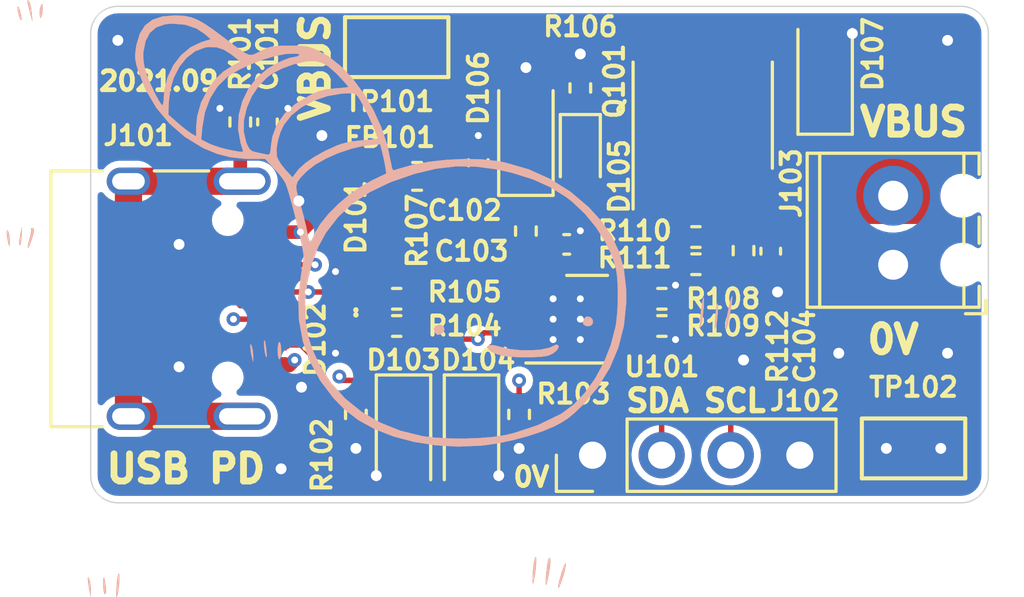
<source format=kicad_pcb>
(kicad_pcb (version 20210606) (generator pcbnew)
  (layers (0 "F.Cu" signal) (1 "In1.Cu" signal) (2 "In2.Cu" signal) (31 "B.Cu" signal) (34 "B.Paste" user) (35 "F.Paste" user) (36 "B.SilkS" user "B.Silkscreen") (37 "F.SilkS" user "F.Silkscreen") (38 "B.Mask" user) (39 "F.Mask" user) (44 "Edge.Cuts" user))
  (net 0 "")
  (net 1 "Net-(C101-Pad1)")
  (net 2 "GND")
  (net 3 "Net-(C102-Pad1)")
  (net 4 "Net-(C103-Pad1)")
  (net 5 "VBUS")
  (net 6 "Net-(C104-Pad2)")
  (net 7 "Net-(D101-Pad1)")
  (net 8 "Net-(D102-Pad1)")
  (net 9 "Net-(D103-Pad1)")
  (net 10 "Net-(D104-Pad1)")
  (net 11 "Net-(D105-Pad1)")
  (net 12 "Net-(FB101-Pad1)")
  (net 13 "Net-(Q101-Pad4)")
  (net 14 "Net-(R104-Pad1)")
  (net 15 "Net-(R105-Pad1)")
  (net 16 "Net-(R108-Pad1)")
  (net 17 "Net-(R109-Pad1)")
  (net 18 "Net-(R111-Pad2)")
  (net 19 "/PD_SDA")
  (net 20 "/PD_SCL")
  (footprint "Diode_SMD:D_SOD-123F" (layer "F.Cu") (at 107 110.75 90)
    (fp_text reference "D107" (at 0.75 1.75 90) (layer "F.SilkS") (effects (font (size 0.7 0.7))))
    (fp_text value "SMF22A")
    (pad "1" smd rect locked (at -1.4 0 90) (size 1.1 1.1) (layers "F.Cu" "F.Paste" "F.Mask") (net 5 "VBUS"))
    (pad "2" smd rect locked (at 1.4 0 90) (size 1.1 1.1) (layers "F.Cu" "F.Paste" "F.Mask") (net 2 "GND"))
  )
  (footprint "Capacitor_SMD:C_0402_1005Metric" (layer "F.Cu") (at 97.5 117)
    (fp_text reference "C103" (at -3.5 0.25) (layer "F.SilkS") (effects (font (size 0.7 0.7))))
    (fp_text value "1 uF")
    (pad "1" smd roundrect locked (at -0.48 0) (size 0.56 0.62) (layers "F.Cu" "F.Paste" "F.Mask") (net 4 "Net-(C103-Pad1)"))
    (pad "2" smd roundrect locked (at 0.48 0) (size 0.56 0.62) (layers "F.Cu" "F.Paste" "F.Mask") (net 2 "GND"))
  )
  (footprint "Resistor_SMD:R_0402_1005Metric" (layer "F.Cu") (at 101 120)
    (fp_text reference "R109" (at 2.25 0) (layer "F.SilkS") (effects (font (size 0.7 0.7))))
    (fp_text value "10k")
    (pad "1" smd roundrect locked (at -0.51 0) (size 0.54 0.64) (layers "F.Cu" "F.Paste" "F.Mask") (net 17 "Net-(R109-Pad1)"))
    (pad "2" smd roundrect locked (at 0.51 0) (size 0.54 0.64) (layers "F.Cu" "F.Paste" "F.Mask") (net 2 "GND"))
  )
  (footprint "Diode_SMD:D_SOD-123F" (layer "F.Cu") (at 96 113 90)
    (fp_text reference "D106" (at 1.75 -1.75 90) (layer "F.SilkS") (effects (font (size 0.7 0.7))))
    (fp_text value "SMF22A")
    (pad "1" smd rect locked (at -1.4 0 90) (size 1.1 1.1) (layers "F.Cu" "F.Paste" "F.Mask") (net 3 "Net-(C102-Pad1)"))
    (pad "2" smd rect locked (at 1.4 0 90) (size 1.1 1.1) (layers "F.Cu" "F.Paste" "F.Mask") (net 2 "GND"))
  )
  (footprint "Resistor_SMD:R_0402_1005Metric" (layer "F.Cu") (at 95.75 123.25 -90)
    (fp_text reference "R103" (at -0.75 -2 180) (layer "F.SilkS") (effects (font (size 0.7 0.7))))
    (fp_text value "DNI")
    (pad "1" smd roundrect locked (at -0.51 0 270) (size 0.54 0.64) (layers "F.Cu" "F.Paste" "F.Mask") (net 10 "Net-(D104-Pad1)"))
    (pad "2" smd roundrect locked (at 0.51 0 270) (size 0.54 0.64) (layers "F.Cu" "F.Paste" "F.Mask") (net 2 "GND"))
  )
  (footprint "Capacitor_SMD:C_0402_1005Metric" (layer "F.Cu") (at 105 117.25 -90)
    (fp_text reference "C104" (at 3.5 -1.25 90) (layer "F.SilkS") (effects (font (size 0.7 0.7))))
    (fp_text value "100 nF")
    (pad "1" smd roundrect locked (at -0.48 0 270) (size 0.56 0.62) (layers "F.Cu" "F.Paste" "F.Mask") (net 5 "VBUS"))
    (pad "2" smd roundrect locked (at 0.48 0 270) (size 0.56 0.62) (layers "F.Cu" "F.Paste" "F.Mask") (net 6 "Net-(C104-Pad2)"))
  )
  (footprint "TestPoint:TestPoint_Keystone_5015_Micro-Minature" (layer "F.Cu") (at 91.25 109.75)
    (fp_text reference "TP101" (at -0.25 2) (layer "F.SilkS") (effects (font (size 0.7 0.7))))
    (fp_text value "TestPoint")
    (pad "1" smd rect locked (at 0 0) (size 3.4 1.8) (layers "F.Cu" "F.Paste" "F.Mask") (net 5 "VBUS"))
  )
  (footprint "TestPoint:TestPoint_Keystone_5015_Micro-Minature" (layer "F.Cu") (at 110.25 124.5)
    (fp_text reference "TP102" (at 0 -2.25) (layer "F.SilkS") (effects (font (size 0.7 0.7))))
    (fp_text value "TestPoint")
    (pad "1" smd rect locked (at 0 0) (size 3.4 1.8) (layers "F.Cu" "F.Paste" "F.Mask") (net 2 "GND"))
  )
  (footprint "Connector_PinHeader_2.54mm:PinHeader_1x04_P2.54mm_Vertical" (layer "F.Cu") (at 98.45 124.75 90)
    (fp_text reference "J102" (at 2 7.8 180) (layer "F.SilkS") (effects (font (size 0.7 0.7))))
    (fp_text value "Conn_01x04")
    (pad "1" thru_hole rect locked (at 0 0 90) (size 1.7 1.7) (drill 1) (layers *.Cu *.Mask) (net 2 "GND"))
    (pad "2" thru_hole oval locked (at 0 2.54 90) (size 1.7 1.7) (drill 1) (layers *.Cu *.Mask) (net 19 "/PD_SDA"))
    (pad "3" thru_hole oval locked (at 0 5.08 90) (size 1.7 1.7) (drill 1) (layers *.Cu *.Mask) (net 20 "/PD_SCL"))
    (pad "4" thru_hole oval locked (at 0 7.62 90) (size 1.7 1.7) (drill 1) (layers *.Cu *.Mask) (net 2 "GND"))
  )
  (footprint "Resistor_SMD:R_0402_1005Metric" (layer "F.Cu") (at 101 119)
    (fp_text reference "R108" (at 2.25 0) (layer "F.SilkS") (effects (font (size 0.7 0.7))))
    (fp_text value "10.5k")
    (pad "1" smd roundrect locked (at -0.51 0) (size 0.54 0.64) (layers "F.Cu" "F.Paste" "F.Mask") (net 16 "Net-(R108-Pad1)"))
    (pad "2" smd roundrect locked (at 0.51 0) (size 0.54 0.64) (layers "F.Cu" "F.Paste" "F.Mask") (net 2 "GND"))
  )
  (footprint "TerminalBlock_Phoenix:TerminalBlock_Phoenix_MPT-0,5-2-2.54_1x02_P2.54mm_Horizontal" (layer "F.Cu") (at 109.5 117.75 90)
    (fp_text reference "J103" (at 3 -3.75 270) (layer "F.SilkS") (effects (font (size 0.7 0.7))))
    (fp_text value "1725656")
    (pad "" np_thru_hole circle locked (at 0 2.54 90) (size 1.1 1.1) (drill 1.1) (layers *.Cu *.Mask))
    (pad "" np_thru_hole circle locked (at 2.54 2.54 90) (size 1.1 1.1) (drill 1.1) (layers *.Cu *.Mask))
    (pad "1" thru_hole rect locked (at 0 0 90) (size 2.2 2.2) (drill 1.1) (layers *.Cu *.Mask) (net 2 "GND"))
    (pad "2" thru_hole circle locked (at 2.54 0 90) (size 2.2 2.2) (drill 1.1) (layers *.Cu *.Mask) (net 5 "VBUS"))
  )
  (footprint "Resistor_SMD:R_0402_1005Metric" (layer "F.Cu") (at 91.25 119 180)
    (fp_text reference "R105" (at -2.5 0.25) (layer "F.SilkS") (effects (font (size 0.7 0.7))))
    (fp_text value "20")
    (pad "1" smd roundrect locked (at -0.51 0 180) (size 0.54 0.64) (layers "F.Cu" "F.Paste" "F.Mask") (net 15 "Net-(R105-Pad1)"))
    (pad "2" smd roundrect locked (at 0.51 0 180) (size 0.54 0.64) (layers "F.Cu" "F.Paste" "F.Mask") (net 7 "Net-(D101-Pad1)"))
  )
  (footprint "Resistor_SMD:R_0402_1005Metric" (layer "F.Cu") (at 104 117.23 -90)
    (fp_text reference "R112" (at 3.52 -1.25 90) (layer "F.SilkS") (effects (font (size 0.7 0.7))))
    (fp_text value "DNI")
    (pad "1" smd roundrect locked (at -0.51 0 270) (size 0.54 0.64) (layers "F.Cu" "F.Paste" "F.Mask") (net 13 "Net-(Q101-Pad4)"))
    (pad "2" smd roundrect locked (at 0.51 0 270) (size 0.54 0.64) (layers "F.Cu" "F.Paste" "F.Mask") (net 6 "Net-(C104-Pad2)"))
  )
  (footprint "Resistor_SMD:R_0402_1005Metric" (layer "F.Cu") (at 85.5 112.5 90)
    (fp_text reference "R101" (at 2.5 0 90) (layer "F.SilkS") (effects (font (size 0.7 0.7))))
    (fp_text value "100k")
    (pad "1" smd roundrect locked (at -0.51 0 90) (size 0.54 0.64) (layers "F.Cu" "F.Paste" "F.Mask") (net 1 "Net-(C101-Pad1)"))
    (pad "2" smd roundrect locked (at 0.51 0 90) (size 0.54 0.64) (layers "F.Cu" "F.Paste" "F.Mask") (net 2 "GND"))
  )
  (footprint "Resistor_SMD:R_0402_1005Metric" (layer "F.Cu") (at 96 116.51 -90)
    (fp_text reference "R107" (at -0.01 4 90) (layer "F.SilkS") (effects (font (size 0.7 0.7))))
    (fp_text value "10")
    (pad "1" smd roundrect locked (at -0.51 0 270) (size 0.54 0.64) (layers "F.Cu" "F.Paste" "F.Mask") (net 3 "Net-(C102-Pad1)"))
    (pad "2" smd roundrect locked (at 0.51 0 270) (size 0.54 0.64) (layers "F.Cu" "F.Paste" "F.Mask") (net 4 "Net-(C103-Pad1)"))
  )
  (footprint "Connector_USB:USB_C_Receptacle_HRO_TYPE-C-31-M-12" (layer "F.Cu") (at 82.44 119 -90)
    (fp_text reference "J101" (at -6 0.69 180) (layer "F.SilkS") (effects (font (size 0.7 0.7))))
    (fp_text value "USB_C_Receptacle_USB2.0")
    (pad "" np_thru_hole circle (at 2.89 -2.6 270) (size 0.65 0.65) (drill 0.65) (layers *.Cu *.Mask))
    (pad "" np_thru_hole circle (at -2.89 -2.6 270) (size 0.65 0.65) (drill 0.65) (layers *.Cu *.Mask))
    (pad "A1" smd rect (at -3.25 -4.045 270) (size 0.6 1.45) (layers "F.Cu" "F.Paste" "F.Mask") (net 2 "GND"))
    (pad "A4" smd rect (at -2.45 -4.045 270) (size 0.6 1.45) (layers "F.Cu" "F.Paste" "F.Mask") (net 12 "Net-(FB101-Pad1)"))
    (pad "A5" smd rect (at -1.25 -4.045 270) (size 0.3 1.45) (layers "F.Cu" "F.Paste" "F.Mask") (net 10 "Net-(D104-Pad1)"))
    (pad "A6" smd rect (at -0.25 -4.045 270) (size 0.3 1.45) (layers "F.Cu" "F.Paste" "F.Mask") (net 7 "Net-(D101-Pad1)"))
    (pad "A7" smd rect (at 0.25 -4.045 270) (size 0.3 1.45) (layers "F.Cu" "F.Paste" "F.Mask") (net 8 "Net-(D102-Pad1)"))
    (pad "A8" smd rect (at 1.25 -4.045 270) (size 0.3 1.45) (layers "F.Cu" "F.Paste" "F.Mask"))
    (pad "A9" smd rect (at 2.45 -4.045 270) (size 0.6 1.45) (layers "F.Cu" "F.Paste" "F.Mask") (net 12 "Net-(FB101-Pad1)"))
    (pad "A12" smd rect (at 3.25 -4.045 270) (size 0.6 1.45) (layers "F.Cu" "F.Paste" "F.Mask") (net 2 "GND"))
    (pad "B1" smd rect (at 3.25 -4.045 270) (size 0.6 1.45) (layers "F.Cu" "F.Paste" "F.Mask") (net 2 "GND"))
    (pad "B4" smd rect (at 2.45 -4.045 270) (size 0.6 1.45) (layers "F.Cu" "F.Paste" "F.Mask") (net 12 "Net-(FB101-Pad1)"))
    (pad "B5" smd rect (at 1.75 -4.045 270) (size 0.3 1.45) (layers "F.Cu" "F.Paste" "F.Mask") (net 9 "Net-(D103-Pad1)"))
    (pad "B6" smd rect (at 0.75 -4.045 270) (size 0.3 1.45) (layers "F.Cu" "F.Paste" "F.Mask") (net 7 "Net-(D101-Pad1)"))
    (pad "B7" smd rect (at -0.75 -4.045 270) (size 0.3 1.45) (layers "F.Cu" "F.Paste" "F.Mask") (net 8 "Net-(D102-Pad1)"))
    (pad "B8" smd rect (at -1.75 -4.045 270) (size 0.3 1.45) (layers "F.Cu" "F.Paste" "F.Mask"))
    (pad "B9" smd rect (at -2.45 -4.045 270) (size 0.6 1.45) (layers "F.Cu" "F.Paste" "F.Mask") (net 12 "Net-(FB101-Pad1)"))
    (pad "B12" smd rect (at -3.25 -4.045 270) (size 0.6 1.45) (layers "F.Cu" "F.Paste" "F.Mask") (net 2 "GND"))
    (pad "S1" thru_hole oval (at 4.32 -3.13 270) (size 1 2.1) (drill oval 0.6 1.7) (layers *.Cu *.Mask) (net 1 "Net-(C101-Pad1)"))
    (pad "S1" thru_hole oval (at 4.32 1.05 270) (size 1 1.6) (drill oval 0.6 1.2) (layers *.Cu *.Mask) (net 1 "Net-(C101-Pad1)"))
    (pad "S1" thru_hole oval (at -4.32 -3.13 270) (size 1 2.1) (drill oval 0.6 1.7) (layers *.Cu *.Mask) (net 1 "Net-(C101-Pad1)"))
    (pad "S1" thru_hole oval (at -4.32 1.05 270) (size 1 1.6) (drill oval 0.6 1.2) (layers *.Cu *.Mask) (net 1 "Net-(C101-Pad1)"))
  )
  (footprint "Capacitor_SMD:C_0402_1005Metric" (layer "F.Cu") (at 86.5 112.5 90)
    (fp_text reference "C101" (at 2.5 0 90) (layer "F.SilkS") (effects (font (size 0.7 0.7))))
    (fp_text value "1 uF")
    (pad "1" smd roundrect locked (at -0.48 0 90) (size 0.56 0.62) (layers "F.Cu" "F.Paste" "F.Mask") (net 1 "Net-(C101-Pad1)"))
    (pad "2" smd roundrect locked (at 0.48 0 90) (size 0.56 0.62) (layers "F.Cu" "F.Paste" "F.Mask") (net 2 "GND"))
  )
  (footprint "Resistor_SMD:R_0402_1005Metric" (layer "F.Cu") (at 102.25 116.73)
    (fp_text reference "R110" (at -2.25 -0.23) (layer "F.SilkS") (effects (font (size 0.7 0.7))))
    (fp_text value "49.9k")
    (pad "1" smd roundrect locked (at -0.51 0) (size 0.54 0.64) (layers "F.Cu" "F.Paste" "F.Mask") (net 3 "Net-(C102-Pad1)"))
    (pad "2" smd roundrect locked (at 0.51 0) (size 0.54 0.64) (layers "F.Cu" "F.Paste" "F.Mask") (net 13 "Net-(Q101-Pad4)"))
  )
  (footprint "Diode_SMD:D_0402_1005Metric" (layer "F.Cu") (at 89.75 118.5 90)
    (fp_text reference "D101" (at 2.5 0 90) (layer "F.SilkS") (effects (font (size 0.7 0.7))))
    (fp_text value "TPD1E1B04")
    (pad "1" smd roundrect locked (at -0.485 0 90) (size 0.59 0.64) (layers "F.Cu" "F.Paste" "F.Mask") (net 7 "Net-(D101-Pad1)"))
    (pad "2" smd roundrect locked (at 0.485 0 90) (size 0.59 0.64) (layers "F.Cu" "F.Paste" "F.Mask") (net 2 "GND"))
  )
  (footprint "Inductor_SMD:L_0603_1608Metric" (layer "F.Cu") (at 92 114.5)
    (fp_text reference "FB101" (at -1 -1.43) (layer "F.SilkS") (effects (font (size 0.7 0.7))))
    (fp_text value "BLM18SP101SN1D")
    (pad "1" smd roundrect locked (at -0.7875 0) (size 0.875 0.95) (layers "F.Cu" "F.Paste" "F.Mask") (net 12 "Net-(FB101-Pad1)"))
    (pad "2" smd roundrect locked (at 0.7875 0) (size 0.875 0.95) (layers "F.Cu" "F.Paste" "F.Mask") (net 3 "Net-(C102-Pad1)"))
  )
  (footprint "Resistor_SMD:R_0402_1005Metric" (layer "F.Cu") (at 98 111.25 90)
    (fp_text reference "R106" (at 2.25 0 180) (layer "F.SilkS") (effects (font (size 0.7 0.7))))
    (fp_text value "49.9k")
    (pad "1" smd roundrect locked (at -0.51 0 90) (size 0.54 0.64) (layers "F.Cu" "F.Paste" "F.Mask") (net 11 "Net-(D105-Pad1)"))
    (pad "2" smd roundrect locked (at 0.51 0 90) (size 0.54 0.64) (layers "F.Cu" "F.Paste" "F.Mask") (net 2 "GND"))
  )
  (footprint "LED_SMD:LED_0603_1608Metric" (layer "F.Cu") (at 98 113.7125 -90)
    (fp_text reference "D105" (at 0.7875 -1.43 90) (layer "F.SilkS") (effects (font (size 0.7 0.7))))
    (fp_text value "RED")
    (pad "1" smd roundrect (at -0.7875 0 270) (size 0.875 0.95) (layers "F.Cu" "F.Paste" "F.Mask") (net 11 "Net-(D105-Pad1)"))
    (pad "2" smd roundrect (at 0.7875 0 270) (size 0.875 0.95) (layers "F.Cu" "F.Paste" "F.Mask") (net 3 "Net-(C102-Pad1)"))
  )
  (footprint "Package_DFN_QFN:DFN-10-1EP_3x3mm_P0.5mm_EP1.65x2.38mm" (layer "F.Cu") (at 97.5 119.75)
    (fp_text reference "U101" (at 3.5 1.75) (layer "F.SilkS") (effects (font (size 0.7 0.7))))
    (fp_text value "HUSB238")
    (pad "1" smd roundrect locked (at -1.45 -1) (size 0.85 0.25) (layers "F.Cu" "F.Paste" "F.Mask") (net 4 "Net-(C103-Pad1)"))
    (pad "2" smd roundrect locked (at -1.45 -0.5) (size 0.85 0.25) (layers "F.Cu" "F.Paste" "F.Mask") (net 15 "Net-(R105-Pad1)"))
    (pad "3" smd roundrect locked (at -1.45 0) (size 0.85 0.25) (layers "F.Cu" "F.Paste" "F.Mask") (net 14 "Net-(R104-Pad1)"))
    (pad "4" smd roundrect locked (at -1.45 0.5) (size 0.85 0.25) (layers "F.Cu" "F.Paste" "F.Mask") (net 10 "Net-(D104-Pad1)"))
    (pad "5" smd roundrect locked (at -1.45 1) (size 0.85 0.25) (layers "F.Cu" "F.Paste" "F.Mask") (net 9 "Net-(D103-Pad1)"))
    (pad "6" smd roundrect locked (at 1.45 1) (size 0.85 0.25) (layers "F.Cu" "F.Paste" "F.Mask") (net 19 "/PD_SDA"))
    (pad "7" smd roundrect locked (at 1.45 0.5) (size 0.85 0.25) (layers "F.Cu" "F.Paste" "F.Mask") (net 20 "/PD_SCL"))
    (pad "8" smd roundrect locked (at 1.45 0) (size 0.85 0.25) (layers "F.Cu" "F.Paste" "F.Mask") (net 17 "Net-(R109-Pad1)"))
    (pad "9" smd roundrect locked (at 1.45 -0.5) (size 0.85 0.25) (layers "F.Cu" "F.Paste" "F.Mask") (net 16 "Net-(R108-Pad1)"))
    (pad "10" smd roundrect locked (at 1.45 -1) (size 0.85 0.25) (layers "F.Cu" "F.Paste" "F.Mask") (net 18 "Net-(R111-Pad2)"))
    (pad "11" smd rect locked (at 0 0) (size 1.65 2.38) (layers "F.Cu" "F.Mask") (net 2 "GND"))
  )
  (footprint "Resistor_SMD:R_0402_1005Metric" (layer "F.Cu") (at 102.25 117.73 180)
    (fp_text reference "R111" (at 2.25 0.23) (layer "F.SilkS") (effects (font (size 0.7 0.7))))
    (fp_text value "5.1k")
    (pad "1" smd roundrect locked (at -0.51 0 180) (size 0.54 0.64) (layers "F.Cu" "F.Paste" "F.Mask") (net 13 "Net-(Q101-Pad4)"))
    (pad "2" smd roundrect locked (at 0.51 0 180) (size 0.54 0.64) (layers "F.Cu" "F.Paste" "F.Mask") (net 18 "Net-(R111-Pad2)"))
  )
  (footprint "Resistor_SMD:R_0402_1005Metric" (layer "F.Cu") (at 91.25 120 180)
    (fp_text reference "R104" (at -2.5 0) (layer "F.SilkS") (effects (font (size 0.7 0.7))))
    (fp_text value "20")
    (pad "1" smd roundrect locked (at -0.51 0 180) (size 0.54 0.64) (layers "F.Cu" "F.Paste" "F.Mask") (net 14 "Net-(R104-Pad1)"))
    (pad "2" smd roundrect locked (at 0.51 0 180) (size 0.54 0.64) (layers "F.Cu" "F.Paste" "F.Mask") (net 8 "Net-(D102-Pad1)"))
  )
  (footprint "Diode_SMD:D_SOD-123F" (layer "F.Cu") (at 94 124 -90)
    (fp_text reference "D104" (at -2.75 -0.25 180) (layer "F.SilkS") (effects (font (size 0.7 0.7))))
    (fp_text value "SMF22A")
    (pad "1" smd rect locked (at -1.4 0 270) (size 1.1 1.1) (layers "F.Cu" "F.Paste" "F.Mask") (net 10 "Net-(D104-Pad1)"))
    (pad "2" smd rect locked (at 1.4 0 270) (size 1.1 1.1) (layers "F.Cu" "F.Paste" "F.Mask") (net 2 "GND"))
  )
  (footprint "Capacitor_SMD:C_0402_1005Metric" (layer "F.Cu") (at 94.25 114 90)
    (fp_text reference "C102" (at -1.75 -0.5 180) (layer "F.SilkS") (effects (font (size 0.7 0.7))))
    (fp_text value "1 uF")
    (pad "1" smd roundrect locked (at -0.48 0 90) (size 0.56 0.62) (layers "F.Cu" "F.Paste" "F.Mask") (net 3 "Net-(C102-Pad1)"))
    (pad "2" smd roundrect locked (at 0.48 0 90) (size 0.56 0.62) (layers "F.Cu" "F.Paste" "F.Mask") (net 2 "GND"))
  )
  (footprint "Package_SO:SOIC-8_3.9x4.9mm_P1.27mm" (layer "F.Cu") (at 102.5 112.25 90)
    (fp_text reference "Q101" (at 1.25 -3.25 90) (layer "F.SilkS") (effects (font (size 0.7 0.7))))
    (fp_text value "VBZA4435")
    (pad "1" smd roundrect locked (at -2.475 -1.905 90) (size 1.95 0.6) (layers "F.Cu" "F.Paste" "F.Mask") (net 3 "Net-(C102-Pad1)"))
    (pad "2" smd roundrect locked (at -2.475 -0.635 90) (size 1.95 0.6) (layers "F.Cu" "F.Paste" "F.Mask") (net 3 "Net-(C102-Pad1)"))
    (pad "3" smd roundrect locked (at -2.475 0.635 90) (size 1.95 0.6) (layers "F.Cu" "F.Paste" "F.Mask") (net 3 "Net-(C102-Pad1)"))
    (pad "4" smd roundrect locked (at -2.475 1.905 90) (size 1.95 0.6) (layers "F.Cu" "F.Paste" "F.Mask") (net 13 "Net-(Q101-Pad4)"))
    (pad "5" smd roundrect locked (at 2.475 1.905 90) (size 1.95 0.6) (layers "F.Cu" "F.Paste" "F.Mask") (net 5 "VBUS"))
    (pad "6" smd roundrect locked (at 2.475 0.635 90) (size 1.95 0.6) (layers "F.Cu" "F.Paste" "F.Mask") (net 5 "VBUS"))
    (pad "7" smd roundrect locked (at 2.475 -0.635 90) (size 1.95 0.6) (layers "F.Cu" "F.Paste" "F.Mask") (net 5 "VBUS"))
    (pad "8" smd roundrect locked (at 2.475 -1.905 90) (size 1.95 0.6) (layers "F.Cu" "F.Paste" "F.Mask") (net 5 "VBUS"))
  )
  (footprint "Diode_SMD:D_0402_1005Metric" (layer "F.Cu") (at 89.75 120.5 -90)
    (fp_text reference "D102" (at 0 1.5 90) (layer "F.SilkS") (effects (font (size 0.7 0.7))))
    (fp_text value "TPD1E1B04")
    (pad "1" smd roundrect locked (at -0.485 0 270) (size 0.59 0.64) (layers "F.Cu" "F.Paste" "F.Mask") (net 8 "Net-(D102-Pad1)"))
    (pad "2" smd roundrect locked (at 0.485 0 270) (size 0.59 0.64) (layers "F.Cu" "F.Paste" "F.Mask") (net 2 "GND"))
  )
  (footprint "Resistor_SMD:R_0402_1005Metric" (layer "F.Cu") (at 89.75 123.25 -90)
    (fp_text reference "R102" (at 1.5 1.25 90) (layer "F.SilkS") (effects (font (size 0.7 0.7))))
    (fp_text value "DNI")
    (pad "1" smd roundrect locked (at -0.51 0 270) (size 0.54 0.64) (layers "F.Cu" "F.Paste" "F.Mask") (net 9 "Net-(D103-Pad1)"))
    (pad "2" smd roundrect locked (at 0.51 0 270) (size 0.54 0.64) (layers "F.Cu" "F.Paste" "F.Mask") (net 2 "GND"))
  )
  (footprint "Diode_SMD:D_SOD-123F" (layer "F.Cu") (at 91.5 124 -90)
    (fp_text reference "D103" (at -2.75 0 180) (layer "F.SilkS") (effects (font (size 0.7 0.7))))
    (fp_text value "SMF22A")
    (pad "1" smd rect locked (at -1.4 0 270) (size 1.1 1.1) (layers "F.Cu" "F.Paste" "F.Mask") (net 9 "Net-(D103-Pad1)"))
    (pad "2" smd rect locked (at 1.4 0 270) (size 1.1 1.1) (layers "F.Cu" "F.Paste" "F.Mask") (net 2 "GND"))
  )
  (footprint "vna_mm:cat" (layer "B.Cu") (at 90.240881 119.190101 180)
    (fp_text reference "G***" hide)
    (fp_text value "LOGO" hide)
  )
  (gr_line (start 113 125.5) (end 113 109.25) (layer "Edge.Cuts") (width 0.05))
  (gr_line (start 81 126.5) (end 112 126.5) (layer "Edge.Cuts") (width 0.05))
  (gr_arc (start 112 109.25) (end 112 108.25) (angle 90) (layer "Edge.Cuts") (width 0.05))
  (gr_line (start 80 109.25) (end 80 125.5) (layer "Edge.Cuts") (width 0.05))
  (gr_arc (start 112 125.5) (end 113 125.5) (angle 90) (layer "Edge.Cuts") (width 0.05))
  (gr_arc (start 81 125.5) (end 81 126.5) (angle 90) (layer "Edge.Cuts") (width 0.05))
  (gr_line (start 112 108.25) (end 81 108.25) (layer "Edge.Cuts") (width 0.05))
  (gr_arc (start 81 109.25) (end 80 109.25) (angle 90) (layer "Edge.Cuts") (width 0.05))
  (gr_text "0V" (at 109.5 120.5) (layer "F.SilkS") (effects (font (size 1 1) (thickness 0.25))))
  (gr_text "0V" (at 96.2 125.55) (layer "F.SilkS") (effects (font (size 0.7 0.7) (thickness 0.175))))
  (gr_text "VBUS" (at 88.25 110.5 90) (layer "F.SilkS") (effects (font (size 1 1) (thickness 0.25))))
  (gr_text "VBUS" (at 110.25 112.5) (layer "F.SilkS") (effects (font (size 1 1) (thickness 0.25))))
  (gr_text "2021.09" (at 82.5 111) (layer "F.SilkS") (effects (font (size 0.7 0.7) (thickness 0.175))))
  (gr_text "SDA SCL\n" (at 102.25 122.75) (layer "F.SilkS") (effects (font (size 0.8 0.8) (thickness 0.2))))
  (gr_text "USB PD" (at 83.5 125.25) (layer "F.SilkS") (effects (font (size 1 1) (thickness 0.25))))
  (segment (start 85.5 113.01) (end 86.47 113.01) (width 0.5) (layer "F.Cu") (net 1))
  (segment (start 81.39 114.68) (end 85.57 114.68) (width 1) (layer "F.Cu") (net 1))
  (segment (start 85.5 114.61) (end 85.57 114.68) (width 0.5) (layer "F.Cu") (net 1))
  (segment (start 86.47 113.01) (end 86.5 112.98) (width 0.5) (layer "F.Cu") (net 1))
  (segment (start 81.39 123.32) (end 81.39 114.68) (width 1) (layer "F.Cu") (net 1))
  (segment (start 85.57 123.32) (end 81.39 123.32) (width 1) (layer "F.Cu") (net 1))
  (segment (start 85.5 113.01) (end 85.5 114.61) (width 0.5) (layer "F.Cu") (net 1))
  (segment (start 101.51 120.49) (end 101.5 120.5) (width 0.2) (layer "F.Cu") (net 2))
  (segment (start 89.015 120.985) (end 89 121) (width 0.5) (layer "F.Cu") (net 2))
  (segment (start 107 109.35) (end 107.9 109.35) (width 0.5) (layer "F.Cu") (net 2))
  (segment (start 97.98 116.52) (end 98 116.5) (width 0.5) (layer "F.Cu") (net 2))
  (segment (start 96 111.6) (end 96 110.5) (width 0.5) (layer "F.Cu") (net 2))
  (segment (start 95.75 123.76) (end 95.75 124.5) (width 0.5) (layer "F.Cu") (net 2))
  (segment (start 85.5 111.99) (end 84.76 111.99) (width 0.5) (layer "F.Cu") (net 2))
  (segment (start 86.485 122.25) (end 87.75 122.25) (width 0.5) (layer "F.Cu") (net 2))
  (segment (start 89.75 123.76) (end 89.75 124.5) (width 0.5) (layer "F.Cu") (net 2))
  (segment (start 101.51 119) (end 101.51 118.51) (width 0.2) (layer "F.Cu") (net 2))
  (segment (start 94.25 113.52) (end 94.25 113) (width 0.5) (layer "F.Cu") (net 2))
  (segment (start 110.25 124.5) (end 111.25 124.5) (width 0.5) (layer "F.Cu") (net 2))
  (segment (start 89.75 118.015) (end 89.015 118.015) (width 0.5) (layer "F.Cu") (net 2))
  (segment (start 90.6 125.4) (end 90.5 125.5) (width 0.5) (layer "F.Cu") (net 2))
  (segment (start 101.51 120) (end 101.51 120.49) (width 0.2) (layer "F.Cu") (net 2))
  (segment (start 87.5 115.75) (end 87.75 115.5) (width 0.5) (layer "F.Cu") (net 2))
  (segment (start 94 125.4) (end 94.9 125.4) (width 0.5) (layer "F.Cu") (net 2))
  (segment (start 107.9 109.35) (end 108 109.25) (width 0.5) (layer "F.Cu") (net 2))
  (segment (start 97.98 117) (end 97.98 116.52) (width 0.5) (layer "F.Cu") (net 2))
  (segment (start 86.485 115.75) (end 87.5 115.75) (width 0.5) (layer "F.Cu") (net 2))
  (segment (start 91.5 125.4) (end 90.6 125.4) (width 0.5) (layer "F.Cu") (net 2))
  (segment (start 86.5 112.02) (end 87.23 112.02) (width 0.5) (layer "F.Cu") (net 2))
  (segment (start 87.75 115.5) (end 87.654312 115.404312) (width 0.5) (layer "F.Cu") (net 2))
  (segment (start 94.9 125.4) (end 95 125.5) (width 0.5) (layer "F.Cu") (net 2))
  (segment (start 84.76 111.99) (end 84.75 112) (width 0.5) (layer "F.Cu") (net 2))
  (segment (start 98 110.74) (end 98 110) (width 0.5) (layer "F.Cu") (net 2))
  (segment (start 89.015 118.015) (end 89 118) (width 0.5) (layer "F.Cu") (net 2))
  (segment (start 101.51 118.51) (end 101.5 118.5) (width 0.2) (layer "F.Cu") (net 2))
  (segment (start 89.75 120.985) (end 89.015 120.985) (width 0.5) (layer "F.Cu") (net 2))
  (segment (start 87.23 112.02) (end 87.25 112) (width 0.5) (layer "F.Cu") (net 2))
  (via (at 89 118) (size 0.508) (drill 0.254) (layers "F.Cu" "B.Cu") (net 2))
  (via (at 104 121.25) (size 0.8) (drill 0.4) (layers "F.Cu" "B.Cu") (net 2))
  (via (at 108 109.25) (size 0.8) (drill 0.4) (layers "F.Cu" "B.Cu") (net 2))
  (via (at 95.75 124.5) (size 0.8) (drill 0.4) (layers "F.Cu" "B.Cu") (net 2))
  (via (at 111.5 109.5) (size 0.8) (drill 0.4) (layers "F.Cu" "B.Cu") (net 2))
  (via (at 94.25 113) (size 0.508) (drill 0.254) (layers "F.Cu" "B.Cu") (net 2))
  (via (at 98 119.75) (size 0.508) (drill 0.254) (layers "F.Cu" "B.Cu") (net 2))
  (via (at 98 119) (size 0.508) (drill 0.254) (layers "F.Cu" "B.Cu") (net 2))
  (via (at 88.5 113) (size 0.8) (drill 0.4) (layers "F.Cu" "B.Cu") (net 2))
  (via (at 111.25 124.5) (size 0.8) (drill 0.4) (layers "F.Cu" "B.Cu") (net 2))
  (via (at 105.25 118.75) (size 0.8) (drill 0.4) (layers "F.Cu" "B.Cu") (net 2))
  (via (at 98 120.5) (size 0.508) (drill 0.254) (layers "F.Cu" "B.Cu") (net 2))
  (via (at 97 119) (size 0.508) (drill 0.254) (layers "F.Cu" "B.Cu") (net 2))
  (via (at 97 119.75) (size 0.508) (drill 0.254) (layers "F.Cu" "B.Cu") (net 2))
  (via (at 81 109.5) (size 0.8) (drill 0.4) (layers "F.Cu" "B.Cu") (net 2))
  (via (at 109.25 124.5) (size 0.8) (drill 0.4) (layers "F.Cu" "B.Cu") (net 2))
  (via (at 97 120.5) (size 0.508) (drill 0.254) (layers "F.Cu" "B.Cu") (net 2))
  (via (at 89 121) (size 0.508) (drill 0.254) (layers "F.Cu" "B.Cu") (net 2))
  (via (at 87.654312 115.404312) (size 0.8) (drill 0.4) (layers "F.Cu" "B.Cu") (net 2))
  (via (at 101.5 120.5) (size 0.508) (drill 0.254) (layers "F.Cu" "B.Cu") (net 2))
  (via (at 98 110) (size 0.8) (drill 0.4) (layers "F.Cu" "B.Cu") (net 2))
  (via (at 96 110.5) (size 0.8) (drill 0.4) (layers "F.Cu" "B.Cu") (net 2))
  (via (at 83.25 117) (size 0.8) (drill 0.4) (layers "F.Cu" "B.Cu") (net 2))
  (via (at 101.5 118.5) (size 0.508) (drill 0.254) (layers "F.Cu" "B.Cu") (net 2))
  (via (at 89.75 124.5) (size 0.8) (drill 0.4) (layers "F.Cu" "B.Cu") (net 2))
  (via (at 84.75 112) (size 0.508) (drill 0.254) (layers "F.Cu" "B.Cu") (net 2))
  (via (at 87.25 112) (size 0.508) (drill 0.254) (layers "F.Cu" "B.Cu") (net 2))
  (via (at 111.5 121) (size 0.8) (drill 0.4) (layers "F.Cu" "B.Cu") (net 2))
  (via (at 95 125.5) (size 0.8) (drill 0.4) (layers "F.Cu" "B.Cu") (net 2))
  (via (at 83.25 121.5) (size 0.8) (drill 0.4) (layers "F.Cu" "B.Cu") (net 2))
  (via (at 98 116.5) (size 0.508) (drill 0.254) (layers "F.Cu" "B.Cu") (net 2))
  (via (at 87 125.25) (size 0.8) (drill 0.4) (layers "F.Cu" "B.Cu") (net 2))
  (via (at 90.5 125.5) (size 0.8) (drill 0.4) (layers "F.Cu" "B.Cu") (net 2))
  (via (at 107.5 121) (size 0.8) (drill 0.4) (layers "F.Cu" "B.Cu") (net 2))
  (via (at 87.75 122.25) (size 0.8) (drill 0.4) (layers "F.Cu" "B.Cu") (net 2))
  (segment (start 101.74 116.73) (end 101.74 114.85) (width 0.5) (layer "F.Cu") (net 3))
  (segment (start 96 116) (end 96 114.4) (width 0.5) (layer "F.Cu") (net 3))
  (segment (start 92.7875 114.5) (end 98 114.5) (width 0.5) (layer "F.Cu") (net 3))
  (segment (start 101.74 114.85) (end 101.865 114.725) (width 0.5) (layer "F.Cu") (net 3))
  (segment (start 97.02 117) (end 96.02 117) (width 0.5) (layer "F.Cu") (net 4))
  (segment (start 97 117.02) (end 97.02 117) (width 0.2) (layer "F.Cu") (net 4))
  (segment (start 96.02 117) (end 96 117.02) (width 0.5) (layer "F.Cu") (net 4))
  (segment (start 96.05 118.75) (end 96.05 117.07) (width 0.2) (layer "F.Cu") (net 4))
  (segment (start 96.05 117.07) (end 96 117.02) (width 0.2) (layer "F.Cu") (net 4))
  (segment (start 105 116.77) (end 105.98 116.77) (width 0.5) (layer "F.Cu") (net 5))
  (segment (start 91.25 109.75) (end 91.25 109.25) (width 0.5) (layer "F.Cu") (net 5))
  (segment (start 107.54 115.21) (end 109.5 115.21) (width 0.5) (layer "F.Cu") (net 5))
  (segment (start 105.98 116.77) (end 107.54 115.21) (width 0.5) (layer "F.Cu") (net 5))
  (segment (start 104 117.74) (end 104.99 117.74) (width 0.2) (layer "F.Cu") (net 6))
  (segment (start 104.99 117.74) (end 105 117.73) (width 0.2) (layer "F.Cu") (net 6))
  (segment (start 89.015 118.985) (end 89.75 118.985) (width 0.2) (layer "F.Cu") (net 7))
  (segment (start 89 119) (end 89.015 118.985) (width 0.2) (layer "F.Cu") (net 7))
  (segment (start 88.75 118.75) (end 89 119) (width 0.2) (layer "F.Cu") (net 7))
  (segment (start 90.725 118.985) (end 90.74 119) (width 0.2) (layer "F.Cu") (net 7))
  (segment (start 89.75 118.985) (end 90.725 118.985) (width 0.2) (layer "F.Cu") (net 7))
  (segment (start 86.485 118.75) (end 88.75 118.75) (width 0.2) (layer "F.Cu") (net 7))
  (segment (start 86.485 119.75) (end 85.25 119.75) (width 0.2) (layer "F.Cu") (net 7))
  (via (at 88 118.75) (size 0.508) (drill 0.254) (layers "F.Cu" "B.Cu") (net 7))
  (via (at 85.25 119.75) (size 0.508) (drill 0.254) (layers "F.Cu" "B.Cu") (net 7))
  (segment (start 85.25 118.510978) (end 85.25 119) (width 0.2) (layer "F.Cu") (net 8))
  (segment (start 85.510978 118.25) (end 85.25 118.510978) (width 0.2) (layer "F.Cu") (net 8))
  (segment (start 86.485 118.25) (end 85.510978 118.25) (width 0.2) (layer "F.Cu") (net 8))
  (segment (start 88.265 120.015) (end 89.75 120.015) (width 0.2) (layer "F.Cu") (net 8))
  (segment (start 90.725 120.015) (end 90.74 120) (width 0.2) (layer "F.Cu") (net 8))
  (segment (start 88.209022 120) (end 88.25 120) (width 0.2) (layer "F.Cu") (net 8))
  (segment (start 88.25 120) (end 88.265 120.015) (width 0.2) (layer "F.Cu") (net 8))
  (segment (start 87.459022 119.25) (end 88.209022 120) (width 0.2) (layer "F.Cu") (net 8))
  (segment (start 86.485 119.25) (end 87.459022 119.25) (width 0.2) (layer "F.Cu") (net 8))
  (segment (start 85.5 119.25) (end 86.485 119.25) (width 0.2) (layer "F.Cu") (net 8))
  (segment (start 89.75 120.015) (end 90.725 120.015) (width 0.2) (layer "F.Cu") (net 8))
  (segment (start 85.25 119) (end 85.5 119.25) (width 0.2) (layer "F.Cu") (net 8))
  (segment (start 91.5 122.6) (end 89.89 122.6) (width 0.2) (layer "F.Cu") (net 9))
  (segment (start 87.270727 120.696489) (end 87.217216 120.75) (width 0.2) (layer "F.Cu") (net 9))
  (segment (start 94.75 120.75) (end 94.25 121.25) (width 0.2) (layer "F.Cu") (net 9))
  (segment (start 91.5 122) (end 91.5 122.6) (width 0.2) (layer "F.Cu") (net 9))
  (segment (start 87.729273 120.696489) (end 87.270727 120.696489) (width 0.2) (layer "F.Cu") (net 9))
  (segment (start 87.217216 120.75) (end 86.485 120.75) (width 0.2) (layer "F.Cu") (net 9))
  (segment (start 88.25 121.217216) (end 87.729273 120.696489) (width 0.2) (layer "F.Cu") (net 9))
  (segment (start 89.24 122.74) (end 88.25 121.75) (width 0.2) (layer "F.Cu") (net 9))
  (segment (start 88.25 121.75) (end 88.25 121.217216) (width 0.2) (layer "F.Cu") (net 9))
  (segment (start 89.75 122.74) (end 89.24 122.74) (width 0.2) (layer "F.Cu") (net 9))
  (segment (start 94.25 121.25) (end 92.25 121.25) (width 0.2) (layer "F.Cu") (net 9))
  (segment (start 96.05 120.75) (end 94.75 120.75) (width 0.2) (layer "F.Cu") (net 9))
  (segment (start 92.25 121.25) (end 91.5 122) (width 0.2) (layer "F.Cu") (net 9))
  (segment (start 89.89 122.6) (end 89.75 122.74) (width 0.2) (layer "F.Cu") (net 9))
  (segment (start 94 122.6) (end 95.61 122.6) (width 0.2) (layer "F.Cu") (net 10))
  (segment (start 94.467232 120.25) (end 94.233616 120.483616) (width 0.2) (layer "F.Cu") (net 10))
  (segment (start 92.75 120.75) (end 91.75 120.75) (width 0.2) (layer "F.Cu") (net 10))
  (segment (start 86.485 117.75) (end 88.25 117.75) (width 0.2) (layer "F.Cu") (net 10))
  (segment (start 91.75 120.75) (end 91.5 121) (width 0.2) (layer "F.Cu") (net 10))
  (segment (start 94.233616 120.483616) (end 93.016384 120.483616) (width 0.2) (layer "F.Cu") (net 10))
  (segment (start 89.5 122) (end 89.25 122) (width 0.2) (layer "F.Cu") (net 10))
  (segment (start 89.25 122) (end 89.25 121.967232) (width 0.2) (layer "F.Cu") (net 10))
  (segment (start 95.61 122.6) (end 95.75 122.74) (width 0.2) (layer "F.Cu") (net 10))
  (segment (start 90.5 122) (end 89.5 122) (width 0.2) (layer "F.Cu") (net 10))
  (segment (start 95.75 122.74) (end 95.75 122) (width 0.2) (layer "F.Cu") (net 10))
  (segment (start 96.05 120.25) (end 94.467232 120.25) (width 0.2) (layer "F.Cu") (net 10))
  (segment (start 93.016384 120.483616) (end 92.75 120.75) (width 0.2) (layer "F.Cu") (net 10))
  (segment (start 91.5 121) (end 90.5 122) (width 0.2) (layer "F.Cu") (net 10))
  (segment (start 89.25 121.967232) (end 89.141384 121.858616) (width 0.2) (layer "F.Cu") (net 10))
  (via (at 88.25 117.75) (size 0.508) (drill 0.254) (layers "F.Cu" "B.Cu") (net 10))
  (via (at 89.141384 121.858616) (size 0.508) (drill 0.254) (layers "F.Cu" "B.Cu") (net 10))
  (via (at 95.75 122) (size 0.508) (drill 0.254) (layers "F.Cu" "B.Cu") (net 10))
  (via (at 94.233616 120.483616) (size 0.508) (drill 0.254) (layers "F.Cu" "B.Cu") (net 10))
  (segment (start 98 112.925) (end 98 111.76) (width 0.5) (layer "F.Cu") (net 11))
  (segment (start 87.3 121.45) (end 87.5 121.25) (width 0.5) (layer "F.Cu") (net 12))
  (segment (start 89.76 114.5) (end 91.2125 114.5) (width 0.5) (layer "F.Cu") (net 12))
  (segment (start 86.485 121.45) (end 87.3 121.45) (width 0.5) (layer "F.Cu") (net 12))
  (segment (start 86.485 116.55) (end 87.71 116.55) (width 0.5) (layer "F.Cu") (net 12))
  (segment (start 87.71 116.55) (end 89.76 114.5) (width 0.5) (layer "F.Cu") (net 12))
  (via (at 87.5 121.25) (size 0.508) (drill 0.254) (layers "F.Cu" "B.Cu") (net 12))
  (via (at 87.71 116.55) (size 0.508) (drill 0.254) (layers "F.Cu" "B.Cu") (net 12))
  (segment (start 103.99 116.73) (end 104 116.72) (width 0.2) (layer "F.Cu") (net 13))
  (segment (start 102.76 116.73) (end 103.99 116.73) (width 0.2) (layer "F.Cu") (net 13))
  (segment (start 102.76 117.73) (end 102.76 116.73) (width 0.2) (layer "F.Cu") (net 13))
  (segment (start 104.405 114.725) (end 104.405 115.845) (width 0.2) (layer "F.Cu") (net 13))
  (segment (start 104.405 115.845) (end 104 116.25) (width 0.2) (layer "F.Cu") (net 13))
  (segment (start 104 116.25) (end 104 116.72) (width 0.2) (layer "F.Cu") (net 13))
  (segment (start 92.75 119.75) (end 92.5 120) (width 0.2) (layer "F.Cu") (net 14))
  (segment (start 96.05 119.75) (end 92.75 119.75) (width 0.2) (layer "F.Cu") (net 14))
  (segment (start 92.5 120) (end 91.76 120) (width 0.2) (layer "F.Cu") (net 14))
  (segment (start 93 119.25) (end 92.75 119) (width 0.2) (layer "F.Cu") (net 15))
  (segment (start 96.05 119.25) (end 93 119.25) (width 0.2) (layer "F.Cu") (net 15))
  (segment (start 92.75 119) (end 91.76 119) (width 0.2) (layer "F.Cu") (net 15))
  (segment (start 100 119) (end 100.49 119) (width 0.2) (layer "F.Cu") (net 16))
  (segment (start 99.75 119.25) (end 100 119) (width 0.2) (layer "F.Cu") (net 16))
  (segment (start 98.95 119.25) (end 99.75 119.25) (width 0.2) (layer "F.Cu") (net 16))
  (segment (start 99.75 119.75) (end 100 120) (width 0.2) (layer "F.Cu") (net 17))
  (segment (start 98.95 119.75) (end 99.75 119.75) (width 0.2) (layer "F.Cu") (net 17))
  (segment (start 100 120) (end 100.49 120) (width 0.2) (layer "F.Cu") (net 17))
  (segment (start 99.5 118.75) (end 100.52 117.73) (width 0.2) (layer "F.Cu") (net 18))
  (segment (start 100.52 117.73) (end 101.74 117.73) (width 0.2) (layer "F.Cu") (net 18))
  (segment (start 98.95 118.75) (end 99.5 118.75) (width 0.2) (layer "F.Cu") (net 18))
  (segment (start 98.95 120.75) (end 99.434994 120.75) (width 0.2) (layer "F.Cu") (net 19))
  (segment (start 99.434994 120.75) (end 100.99 122.305006) (width 0.2) (layer "F.Cu") (net 19))
  (segment (start 100.99 122.305006) (end 100.99 124.75) (width 0.2) (layer "F.Cu") (net 19))
  (segment (start 103.53 122.03) (end 103.53 124.75) (width 0.2) (layer "F.Cu") (net 20))
  (segment (start 98.95 120.25) (end 99.5 120.25) (width 0.2) (layer "F.Cu") (net 20))
  (segment (start 101 121.75) (end 103.25 121.75) (width 0.2) (layer "F.Cu") (net 20))
  (segment (start 103.25 121.75) (end 103.53 122.03) (width 0.2) (layer "F.Cu") (net 20))
  (segment (start 99.5 120.25) (end 101 121.75) (width 0.2) (layer "F.Cu") (net 20))
  (zone (net 3) (net_name "Net-(C102-Pad1)") (layer "F.Cu") (connect_pads yes (clearance 0.254)) (min_thickness 0.254) (fill yes (thermal_gap 0.508) (thermal_bridge_width 0.508))
    (polygon (pts (xy 103.75 115.75) (xy 100.25 115.75) (xy 98.5 115) (xy 90 115) (xy 90 114) (xy 98.5 114) (xy 100.25 113.75) (xy 103.75 113.75)))
  )
  (zone (net 5) (net_name "VBUS") (layer "F.Cu") (connect_pads yes (clearance 0.254)) (min_thickness 0.254) (fill yes (thermal_gap 0.508) (thermal_bridge_width 0.508))
    (polygon (pts (xy 105.75 110.5) (xy 111.25 110.5) (xy 111.25 116.25) (xy 105.75 116.25) (xy 105.75 112) (xy 104.5 112) (xy 104.5 110.75) (xy 100.25 110.75) (xy 100.25 109.5) (xy 89.5 109.5) (xy 89.5 108.75) (xy 105.75 108.75)))
  )
  (zone locked (net 2) (net_name "GND") (layers "In1.Cu" "In2.Cu" "B.Cu") (connect_pads yes (clearance 0.254)) (min_thickness 0.254) (fill yes (thermal_gap 0.508) (thermal_bridge_width 0.508))
    (polygon (pts (xy 113 126.5) (xy 80 126.5) (xy 80 108.25) (xy 113 108.25)))
  )
)
</source>
